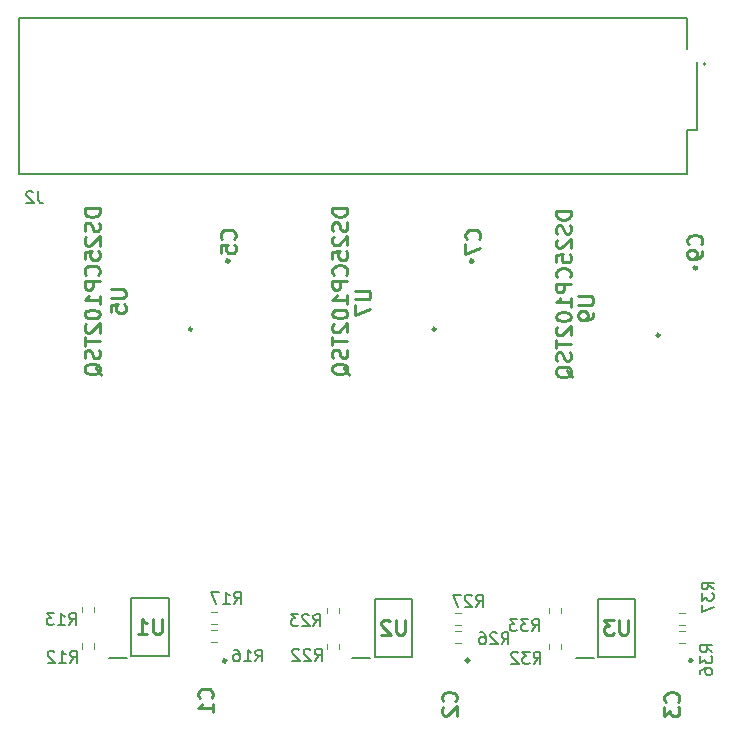
<source format=gbr>
G04 #@! TF.GenerationSoftware,KiCad,Pcbnew,(6.0.4-0)*
G04 #@! TF.CreationDate,2022-07-08T14:42:32+02:00*
G04 #@! TF.ProjectId,adapter_hybrid_assistor_hpc_3HDMI,61646170-7465-4725-9f68-79627269645f,rev?*
G04 #@! TF.SameCoordinates,Original*
G04 #@! TF.FileFunction,Legend,Bot*
G04 #@! TF.FilePolarity,Positive*
%FSLAX46Y46*%
G04 Gerber Fmt 4.6, Leading zero omitted, Abs format (unit mm)*
G04 Created by KiCad (PCBNEW (6.0.4-0)) date 2022-07-08 14:42:32*
%MOMM*%
%LPD*%
G01*
G04 APERTURE LIST*
%ADD10C,0.254000*%
%ADD11C,0.150000*%
%ADD12C,0.330000*%
%ADD13C,0.200000*%
%ADD14C,0.250000*%
%ADD15C,0.120000*%
G04 APERTURE END LIST*
D10*
X123993571Y-120558333D02*
X124054047Y-120497857D01*
X124114523Y-120316428D01*
X124114523Y-120195476D01*
X124054047Y-120014047D01*
X123933095Y-119893095D01*
X123812142Y-119832619D01*
X123570238Y-119772142D01*
X123388809Y-119772142D01*
X123146904Y-119832619D01*
X123025952Y-119893095D01*
X122905000Y-120014047D01*
X122844523Y-120195476D01*
X122844523Y-120316428D01*
X122905000Y-120497857D01*
X122965476Y-120558333D01*
X122844523Y-121707380D02*
X122844523Y-121102619D01*
X123449285Y-121042142D01*
X123388809Y-121102619D01*
X123328333Y-121223571D01*
X123328333Y-121525952D01*
X123388809Y-121646904D01*
X123449285Y-121707380D01*
X123570238Y-121767857D01*
X123872619Y-121767857D01*
X123993571Y-121707380D01*
X124054047Y-121646904D01*
X124114523Y-121525952D01*
X124114523Y-121223571D01*
X124054047Y-121102619D01*
X123993571Y-121042142D01*
X144713571Y-120558333D02*
X144774047Y-120497857D01*
X144834523Y-120316428D01*
X144834523Y-120195476D01*
X144774047Y-120014047D01*
X144653095Y-119893095D01*
X144532142Y-119832619D01*
X144290238Y-119772142D01*
X144108809Y-119772142D01*
X143866904Y-119832619D01*
X143745952Y-119893095D01*
X143625000Y-120014047D01*
X143564523Y-120195476D01*
X143564523Y-120316428D01*
X143625000Y-120497857D01*
X143685476Y-120558333D01*
X143564523Y-120981666D02*
X143564523Y-121828333D01*
X144834523Y-121284047D01*
D11*
X107373333Y-116512380D02*
X107373333Y-117226666D01*
X107420952Y-117369523D01*
X107516190Y-117464761D01*
X107659047Y-117512380D01*
X107754285Y-117512380D01*
X106944761Y-116607619D02*
X106897142Y-116560000D01*
X106801904Y-116512380D01*
X106563809Y-116512380D01*
X106468571Y-116560000D01*
X106420952Y-116607619D01*
X106373333Y-116702857D01*
X106373333Y-116798095D01*
X106420952Y-116940952D01*
X106992380Y-117512380D01*
X106373333Y-117512380D01*
D10*
X134234523Y-124932380D02*
X135262619Y-124932380D01*
X135383571Y-124992857D01*
X135444047Y-125053333D01*
X135504523Y-125174285D01*
X135504523Y-125416190D01*
X135444047Y-125537142D01*
X135383571Y-125597619D01*
X135262619Y-125658095D01*
X134234523Y-125658095D01*
X134234523Y-126141904D02*
X134234523Y-126988571D01*
X135504523Y-126444285D01*
X133574523Y-117935000D02*
X132304523Y-117935000D01*
X132304523Y-118237380D01*
X132365000Y-118418809D01*
X132485952Y-118539761D01*
X132606904Y-118600238D01*
X132848809Y-118660714D01*
X133030238Y-118660714D01*
X133272142Y-118600238D01*
X133393095Y-118539761D01*
X133514047Y-118418809D01*
X133574523Y-118237380D01*
X133574523Y-117935000D01*
X133514047Y-119144523D02*
X133574523Y-119325952D01*
X133574523Y-119628333D01*
X133514047Y-119749285D01*
X133453571Y-119809761D01*
X133332619Y-119870238D01*
X133211666Y-119870238D01*
X133090714Y-119809761D01*
X133030238Y-119749285D01*
X132969761Y-119628333D01*
X132909285Y-119386428D01*
X132848809Y-119265476D01*
X132788333Y-119205000D01*
X132667380Y-119144523D01*
X132546428Y-119144523D01*
X132425476Y-119205000D01*
X132365000Y-119265476D01*
X132304523Y-119386428D01*
X132304523Y-119688809D01*
X132365000Y-119870238D01*
X132425476Y-120354047D02*
X132365000Y-120414523D01*
X132304523Y-120535476D01*
X132304523Y-120837857D01*
X132365000Y-120958809D01*
X132425476Y-121019285D01*
X132546428Y-121079761D01*
X132667380Y-121079761D01*
X132848809Y-121019285D01*
X133574523Y-120293571D01*
X133574523Y-121079761D01*
X132304523Y-122228809D02*
X132304523Y-121624047D01*
X132909285Y-121563571D01*
X132848809Y-121624047D01*
X132788333Y-121745000D01*
X132788333Y-122047380D01*
X132848809Y-122168333D01*
X132909285Y-122228809D01*
X133030238Y-122289285D01*
X133332619Y-122289285D01*
X133453571Y-122228809D01*
X133514047Y-122168333D01*
X133574523Y-122047380D01*
X133574523Y-121745000D01*
X133514047Y-121624047D01*
X133453571Y-121563571D01*
X133453571Y-123559285D02*
X133514047Y-123498809D01*
X133574523Y-123317380D01*
X133574523Y-123196428D01*
X133514047Y-123015000D01*
X133393095Y-122894047D01*
X133272142Y-122833571D01*
X133030238Y-122773095D01*
X132848809Y-122773095D01*
X132606904Y-122833571D01*
X132485952Y-122894047D01*
X132365000Y-123015000D01*
X132304523Y-123196428D01*
X132304523Y-123317380D01*
X132365000Y-123498809D01*
X132425476Y-123559285D01*
X133574523Y-124103571D02*
X132304523Y-124103571D01*
X132304523Y-124587380D01*
X132365000Y-124708333D01*
X132425476Y-124768809D01*
X132546428Y-124829285D01*
X132727857Y-124829285D01*
X132848809Y-124768809D01*
X132909285Y-124708333D01*
X132969761Y-124587380D01*
X132969761Y-124103571D01*
X133574523Y-126038809D02*
X133574523Y-125313095D01*
X133574523Y-125675952D02*
X132304523Y-125675952D01*
X132485952Y-125555000D01*
X132606904Y-125434047D01*
X132667380Y-125313095D01*
X132304523Y-126825000D02*
X132304523Y-126945952D01*
X132365000Y-127066904D01*
X132425476Y-127127380D01*
X132546428Y-127187857D01*
X132788333Y-127248333D01*
X133090714Y-127248333D01*
X133332619Y-127187857D01*
X133453571Y-127127380D01*
X133514047Y-127066904D01*
X133574523Y-126945952D01*
X133574523Y-126825000D01*
X133514047Y-126704047D01*
X133453571Y-126643571D01*
X133332619Y-126583095D01*
X133090714Y-126522619D01*
X132788333Y-126522619D01*
X132546428Y-126583095D01*
X132425476Y-126643571D01*
X132365000Y-126704047D01*
X132304523Y-126825000D01*
X132425476Y-127732142D02*
X132365000Y-127792619D01*
X132304523Y-127913571D01*
X132304523Y-128215952D01*
X132365000Y-128336904D01*
X132425476Y-128397380D01*
X132546428Y-128457857D01*
X132667380Y-128457857D01*
X132848809Y-128397380D01*
X133574523Y-127671666D01*
X133574523Y-128457857D01*
X132304523Y-128820714D02*
X132304523Y-129546428D01*
X133574523Y-129183571D02*
X132304523Y-129183571D01*
X133514047Y-129909285D02*
X133574523Y-130090714D01*
X133574523Y-130393095D01*
X133514047Y-130514047D01*
X133453571Y-130574523D01*
X133332619Y-130635000D01*
X133211666Y-130635000D01*
X133090714Y-130574523D01*
X133030238Y-130514047D01*
X132969761Y-130393095D01*
X132909285Y-130151190D01*
X132848809Y-130030238D01*
X132788333Y-129969761D01*
X132667380Y-129909285D01*
X132546428Y-129909285D01*
X132425476Y-129969761D01*
X132365000Y-130030238D01*
X132304523Y-130151190D01*
X132304523Y-130453571D01*
X132365000Y-130635000D01*
X133695476Y-132025952D02*
X133635000Y-131905000D01*
X133514047Y-131784047D01*
X133332619Y-131602619D01*
X133272142Y-131481666D01*
X133272142Y-131360714D01*
X133574523Y-131421190D02*
X133514047Y-131300238D01*
X133393095Y-131179285D01*
X133151190Y-131118809D01*
X132727857Y-131118809D01*
X132485952Y-131179285D01*
X132365000Y-131300238D01*
X132304523Y-131421190D01*
X132304523Y-131663095D01*
X132365000Y-131784047D01*
X132485952Y-131905000D01*
X132727857Y-131965476D01*
X133151190Y-131965476D01*
X133393095Y-131905000D01*
X133514047Y-131784047D01*
X133574523Y-131663095D01*
X133574523Y-131421190D01*
X153124523Y-125402380D02*
X154152619Y-125402380D01*
X154273571Y-125462857D01*
X154334047Y-125523333D01*
X154394523Y-125644285D01*
X154394523Y-125886190D01*
X154334047Y-126007142D01*
X154273571Y-126067619D01*
X154152619Y-126128095D01*
X153124523Y-126128095D01*
X154394523Y-126793333D02*
X154394523Y-127035238D01*
X154334047Y-127156190D01*
X154273571Y-127216666D01*
X154092142Y-127337619D01*
X153850238Y-127398095D01*
X153366428Y-127398095D01*
X153245476Y-127337619D01*
X153185000Y-127277142D01*
X153124523Y-127156190D01*
X153124523Y-126914285D01*
X153185000Y-126793333D01*
X153245476Y-126732857D01*
X153366428Y-126672380D01*
X153668809Y-126672380D01*
X153789761Y-126732857D01*
X153850238Y-126793333D01*
X153910714Y-126914285D01*
X153910714Y-127156190D01*
X153850238Y-127277142D01*
X153789761Y-127337619D01*
X153668809Y-127398095D01*
X152504523Y-118185000D02*
X151234523Y-118185000D01*
X151234523Y-118487380D01*
X151295000Y-118668809D01*
X151415952Y-118789761D01*
X151536904Y-118850238D01*
X151778809Y-118910714D01*
X151960238Y-118910714D01*
X152202142Y-118850238D01*
X152323095Y-118789761D01*
X152444047Y-118668809D01*
X152504523Y-118487380D01*
X152504523Y-118185000D01*
X152444047Y-119394523D02*
X152504523Y-119575952D01*
X152504523Y-119878333D01*
X152444047Y-119999285D01*
X152383571Y-120059761D01*
X152262619Y-120120238D01*
X152141666Y-120120238D01*
X152020714Y-120059761D01*
X151960238Y-119999285D01*
X151899761Y-119878333D01*
X151839285Y-119636428D01*
X151778809Y-119515476D01*
X151718333Y-119455000D01*
X151597380Y-119394523D01*
X151476428Y-119394523D01*
X151355476Y-119455000D01*
X151295000Y-119515476D01*
X151234523Y-119636428D01*
X151234523Y-119938809D01*
X151295000Y-120120238D01*
X151355476Y-120604047D02*
X151295000Y-120664523D01*
X151234523Y-120785476D01*
X151234523Y-121087857D01*
X151295000Y-121208809D01*
X151355476Y-121269285D01*
X151476428Y-121329761D01*
X151597380Y-121329761D01*
X151778809Y-121269285D01*
X152504523Y-120543571D01*
X152504523Y-121329761D01*
X151234523Y-122478809D02*
X151234523Y-121874047D01*
X151839285Y-121813571D01*
X151778809Y-121874047D01*
X151718333Y-121995000D01*
X151718333Y-122297380D01*
X151778809Y-122418333D01*
X151839285Y-122478809D01*
X151960238Y-122539285D01*
X152262619Y-122539285D01*
X152383571Y-122478809D01*
X152444047Y-122418333D01*
X152504523Y-122297380D01*
X152504523Y-121995000D01*
X152444047Y-121874047D01*
X152383571Y-121813571D01*
X152383571Y-123809285D02*
X152444047Y-123748809D01*
X152504523Y-123567380D01*
X152504523Y-123446428D01*
X152444047Y-123265000D01*
X152323095Y-123144047D01*
X152202142Y-123083571D01*
X151960238Y-123023095D01*
X151778809Y-123023095D01*
X151536904Y-123083571D01*
X151415952Y-123144047D01*
X151295000Y-123265000D01*
X151234523Y-123446428D01*
X151234523Y-123567380D01*
X151295000Y-123748809D01*
X151355476Y-123809285D01*
X152504523Y-124353571D02*
X151234523Y-124353571D01*
X151234523Y-124837380D01*
X151295000Y-124958333D01*
X151355476Y-125018809D01*
X151476428Y-125079285D01*
X151657857Y-125079285D01*
X151778809Y-125018809D01*
X151839285Y-124958333D01*
X151899761Y-124837380D01*
X151899761Y-124353571D01*
X152504523Y-126288809D02*
X152504523Y-125563095D01*
X152504523Y-125925952D02*
X151234523Y-125925952D01*
X151415952Y-125805000D01*
X151536904Y-125684047D01*
X151597380Y-125563095D01*
X151234523Y-127075000D02*
X151234523Y-127195952D01*
X151295000Y-127316904D01*
X151355476Y-127377380D01*
X151476428Y-127437857D01*
X151718333Y-127498333D01*
X152020714Y-127498333D01*
X152262619Y-127437857D01*
X152383571Y-127377380D01*
X152444047Y-127316904D01*
X152504523Y-127195952D01*
X152504523Y-127075000D01*
X152444047Y-126954047D01*
X152383571Y-126893571D01*
X152262619Y-126833095D01*
X152020714Y-126772619D01*
X151718333Y-126772619D01*
X151476428Y-126833095D01*
X151355476Y-126893571D01*
X151295000Y-126954047D01*
X151234523Y-127075000D01*
X151355476Y-127982142D02*
X151295000Y-128042619D01*
X151234523Y-128163571D01*
X151234523Y-128465952D01*
X151295000Y-128586904D01*
X151355476Y-128647380D01*
X151476428Y-128707857D01*
X151597380Y-128707857D01*
X151778809Y-128647380D01*
X152504523Y-127921666D01*
X152504523Y-128707857D01*
X151234523Y-129070714D02*
X151234523Y-129796428D01*
X152504523Y-129433571D02*
X151234523Y-129433571D01*
X152444047Y-130159285D02*
X152504523Y-130340714D01*
X152504523Y-130643095D01*
X152444047Y-130764047D01*
X152383571Y-130824523D01*
X152262619Y-130885000D01*
X152141666Y-130885000D01*
X152020714Y-130824523D01*
X151960238Y-130764047D01*
X151899761Y-130643095D01*
X151839285Y-130401190D01*
X151778809Y-130280238D01*
X151718333Y-130219761D01*
X151597380Y-130159285D01*
X151476428Y-130159285D01*
X151355476Y-130219761D01*
X151295000Y-130280238D01*
X151234523Y-130401190D01*
X151234523Y-130703571D01*
X151295000Y-130885000D01*
X152625476Y-132275952D02*
X152565000Y-132155000D01*
X152444047Y-132034047D01*
X152262619Y-131852619D01*
X152202142Y-131731666D01*
X152202142Y-131610714D01*
X152504523Y-131671190D02*
X152444047Y-131550238D01*
X152323095Y-131429285D01*
X152081190Y-131368809D01*
X151657857Y-131368809D01*
X151415952Y-131429285D01*
X151295000Y-131550238D01*
X151234523Y-131671190D01*
X151234523Y-131913095D01*
X151295000Y-132034047D01*
X151415952Y-132155000D01*
X151657857Y-132215476D01*
X152081190Y-132215476D01*
X152323095Y-132155000D01*
X152444047Y-132034047D01*
X152504523Y-131913095D01*
X152504523Y-131671190D01*
X113514523Y-124822380D02*
X114542619Y-124822380D01*
X114663571Y-124882857D01*
X114724047Y-124943333D01*
X114784523Y-125064285D01*
X114784523Y-125306190D01*
X114724047Y-125427142D01*
X114663571Y-125487619D01*
X114542619Y-125548095D01*
X113514523Y-125548095D01*
X113514523Y-126757619D02*
X113514523Y-126152857D01*
X114119285Y-126092380D01*
X114058809Y-126152857D01*
X113998333Y-126273809D01*
X113998333Y-126576190D01*
X114058809Y-126697142D01*
X114119285Y-126757619D01*
X114240238Y-126818095D01*
X114542619Y-126818095D01*
X114663571Y-126757619D01*
X114724047Y-126697142D01*
X114784523Y-126576190D01*
X114784523Y-126273809D01*
X114724047Y-126152857D01*
X114663571Y-126092380D01*
X112594523Y-117965000D02*
X111324523Y-117965000D01*
X111324523Y-118267380D01*
X111385000Y-118448809D01*
X111505952Y-118569761D01*
X111626904Y-118630238D01*
X111868809Y-118690714D01*
X112050238Y-118690714D01*
X112292142Y-118630238D01*
X112413095Y-118569761D01*
X112534047Y-118448809D01*
X112594523Y-118267380D01*
X112594523Y-117965000D01*
X112534047Y-119174523D02*
X112594523Y-119355952D01*
X112594523Y-119658333D01*
X112534047Y-119779285D01*
X112473571Y-119839761D01*
X112352619Y-119900238D01*
X112231666Y-119900238D01*
X112110714Y-119839761D01*
X112050238Y-119779285D01*
X111989761Y-119658333D01*
X111929285Y-119416428D01*
X111868809Y-119295476D01*
X111808333Y-119235000D01*
X111687380Y-119174523D01*
X111566428Y-119174523D01*
X111445476Y-119235000D01*
X111385000Y-119295476D01*
X111324523Y-119416428D01*
X111324523Y-119718809D01*
X111385000Y-119900238D01*
X111445476Y-120384047D02*
X111385000Y-120444523D01*
X111324523Y-120565476D01*
X111324523Y-120867857D01*
X111385000Y-120988809D01*
X111445476Y-121049285D01*
X111566428Y-121109761D01*
X111687380Y-121109761D01*
X111868809Y-121049285D01*
X112594523Y-120323571D01*
X112594523Y-121109761D01*
X111324523Y-122258809D02*
X111324523Y-121654047D01*
X111929285Y-121593571D01*
X111868809Y-121654047D01*
X111808333Y-121775000D01*
X111808333Y-122077380D01*
X111868809Y-122198333D01*
X111929285Y-122258809D01*
X112050238Y-122319285D01*
X112352619Y-122319285D01*
X112473571Y-122258809D01*
X112534047Y-122198333D01*
X112594523Y-122077380D01*
X112594523Y-121775000D01*
X112534047Y-121654047D01*
X112473571Y-121593571D01*
X112473571Y-123589285D02*
X112534047Y-123528809D01*
X112594523Y-123347380D01*
X112594523Y-123226428D01*
X112534047Y-123045000D01*
X112413095Y-122924047D01*
X112292142Y-122863571D01*
X112050238Y-122803095D01*
X111868809Y-122803095D01*
X111626904Y-122863571D01*
X111505952Y-122924047D01*
X111385000Y-123045000D01*
X111324523Y-123226428D01*
X111324523Y-123347380D01*
X111385000Y-123528809D01*
X111445476Y-123589285D01*
X112594523Y-124133571D02*
X111324523Y-124133571D01*
X111324523Y-124617380D01*
X111385000Y-124738333D01*
X111445476Y-124798809D01*
X111566428Y-124859285D01*
X111747857Y-124859285D01*
X111868809Y-124798809D01*
X111929285Y-124738333D01*
X111989761Y-124617380D01*
X111989761Y-124133571D01*
X112594523Y-126068809D02*
X112594523Y-125343095D01*
X112594523Y-125705952D02*
X111324523Y-125705952D01*
X111505952Y-125585000D01*
X111626904Y-125464047D01*
X111687380Y-125343095D01*
X111324523Y-126855000D02*
X111324523Y-126975952D01*
X111385000Y-127096904D01*
X111445476Y-127157380D01*
X111566428Y-127217857D01*
X111808333Y-127278333D01*
X112110714Y-127278333D01*
X112352619Y-127217857D01*
X112473571Y-127157380D01*
X112534047Y-127096904D01*
X112594523Y-126975952D01*
X112594523Y-126855000D01*
X112534047Y-126734047D01*
X112473571Y-126673571D01*
X112352619Y-126613095D01*
X112110714Y-126552619D01*
X111808333Y-126552619D01*
X111566428Y-126613095D01*
X111445476Y-126673571D01*
X111385000Y-126734047D01*
X111324523Y-126855000D01*
X111445476Y-127762142D02*
X111385000Y-127822619D01*
X111324523Y-127943571D01*
X111324523Y-128245952D01*
X111385000Y-128366904D01*
X111445476Y-128427380D01*
X111566428Y-128487857D01*
X111687380Y-128487857D01*
X111868809Y-128427380D01*
X112594523Y-127701666D01*
X112594523Y-128487857D01*
X111324523Y-128850714D02*
X111324523Y-129576428D01*
X112594523Y-129213571D02*
X111324523Y-129213571D01*
X112534047Y-129939285D02*
X112594523Y-130120714D01*
X112594523Y-130423095D01*
X112534047Y-130544047D01*
X112473571Y-130604523D01*
X112352619Y-130665000D01*
X112231666Y-130665000D01*
X112110714Y-130604523D01*
X112050238Y-130544047D01*
X111989761Y-130423095D01*
X111929285Y-130181190D01*
X111868809Y-130060238D01*
X111808333Y-129999761D01*
X111687380Y-129939285D01*
X111566428Y-129939285D01*
X111445476Y-129999761D01*
X111385000Y-130060238D01*
X111324523Y-130181190D01*
X111324523Y-130483571D01*
X111385000Y-130665000D01*
X112715476Y-132055952D02*
X112655000Y-131935000D01*
X112534047Y-131814047D01*
X112352619Y-131632619D01*
X112292142Y-131511666D01*
X112292142Y-131390714D01*
X112594523Y-131451190D02*
X112534047Y-131330238D01*
X112413095Y-131209285D01*
X112171190Y-131148809D01*
X111747857Y-131148809D01*
X111505952Y-131209285D01*
X111385000Y-131330238D01*
X111324523Y-131451190D01*
X111324523Y-131693095D01*
X111385000Y-131814047D01*
X111505952Y-131935000D01*
X111747857Y-131995476D01*
X112171190Y-131995476D01*
X112413095Y-131935000D01*
X112534047Y-131814047D01*
X112594523Y-131693095D01*
X112594523Y-131451190D01*
X163503571Y-120998333D02*
X163564047Y-120937857D01*
X163624523Y-120756428D01*
X163624523Y-120635476D01*
X163564047Y-120454047D01*
X163443095Y-120333095D01*
X163322142Y-120272619D01*
X163080238Y-120212142D01*
X162898809Y-120212142D01*
X162656904Y-120272619D01*
X162535952Y-120333095D01*
X162415000Y-120454047D01*
X162354523Y-120635476D01*
X162354523Y-120756428D01*
X162415000Y-120937857D01*
X162475476Y-120998333D01*
X163624523Y-121603095D02*
X163624523Y-121845000D01*
X163564047Y-121965952D01*
X163503571Y-122026428D01*
X163322142Y-122147380D01*
X163080238Y-122207857D01*
X162596428Y-122207857D01*
X162475476Y-122147380D01*
X162415000Y-122086904D01*
X162354523Y-121965952D01*
X162354523Y-121724047D01*
X162415000Y-121603095D01*
X162475476Y-121542619D01*
X162596428Y-121482142D01*
X162898809Y-121482142D01*
X163019761Y-121542619D01*
X163080238Y-121603095D01*
X163140714Y-121724047D01*
X163140714Y-121965952D01*
X163080238Y-122086904D01*
X163019761Y-122147380D01*
X162898809Y-122207857D01*
X161553571Y-159728333D02*
X161614047Y-159667857D01*
X161674523Y-159486428D01*
X161674523Y-159365476D01*
X161614047Y-159184047D01*
X161493095Y-159063095D01*
X161372142Y-159002619D01*
X161130238Y-158942142D01*
X160948809Y-158942142D01*
X160706904Y-159002619D01*
X160585952Y-159063095D01*
X160465000Y-159184047D01*
X160404523Y-159365476D01*
X160404523Y-159486428D01*
X160465000Y-159667857D01*
X160525476Y-159728333D01*
X160404523Y-160151666D02*
X160404523Y-160937857D01*
X160888333Y-160514523D01*
X160888333Y-160695952D01*
X160948809Y-160816904D01*
X161009285Y-160877380D01*
X161130238Y-160937857D01*
X161432619Y-160937857D01*
X161553571Y-160877380D01*
X161614047Y-160816904D01*
X161674523Y-160695952D01*
X161674523Y-160333095D01*
X161614047Y-160212142D01*
X161553571Y-160151666D01*
D11*
X146616857Y-154854380D02*
X146950190Y-154378190D01*
X147188285Y-154854380D02*
X147188285Y-153854380D01*
X146807333Y-153854380D01*
X146712095Y-153902000D01*
X146664476Y-153949619D01*
X146616857Y-154044857D01*
X146616857Y-154187714D01*
X146664476Y-154282952D01*
X146712095Y-154330571D01*
X146807333Y-154378190D01*
X147188285Y-154378190D01*
X146235904Y-153949619D02*
X146188285Y-153902000D01*
X146093047Y-153854380D01*
X145854952Y-153854380D01*
X145759714Y-153902000D01*
X145712095Y-153949619D01*
X145664476Y-154044857D01*
X145664476Y-154140095D01*
X145712095Y-154282952D01*
X146283523Y-154854380D01*
X145664476Y-154854380D01*
X144807333Y-153854380D02*
X144997809Y-153854380D01*
X145093047Y-153902000D01*
X145140666Y-153949619D01*
X145235904Y-154092476D01*
X145283523Y-154282952D01*
X145283523Y-154663904D01*
X145235904Y-154759142D01*
X145188285Y-154806761D01*
X145093047Y-154854380D01*
X144902571Y-154854380D01*
X144807333Y-154806761D01*
X144759714Y-154759142D01*
X144712095Y-154663904D01*
X144712095Y-154425809D01*
X144759714Y-154330571D01*
X144807333Y-154282952D01*
X144902571Y-154235333D01*
X145093047Y-154235333D01*
X145188285Y-154282952D01*
X145235904Y-154330571D01*
X145283523Y-154425809D01*
X110082857Y-156412380D02*
X110416190Y-155936190D01*
X110654285Y-156412380D02*
X110654285Y-155412380D01*
X110273333Y-155412380D01*
X110178095Y-155460000D01*
X110130476Y-155507619D01*
X110082857Y-155602857D01*
X110082857Y-155745714D01*
X110130476Y-155840952D01*
X110178095Y-155888571D01*
X110273333Y-155936190D01*
X110654285Y-155936190D01*
X109130476Y-156412380D02*
X109701904Y-156412380D01*
X109416190Y-156412380D02*
X109416190Y-155412380D01*
X109511428Y-155555238D01*
X109606666Y-155650476D01*
X109701904Y-155698095D01*
X108749523Y-155507619D02*
X108701904Y-155460000D01*
X108606666Y-155412380D01*
X108368571Y-155412380D01*
X108273333Y-155460000D01*
X108225714Y-155507619D01*
X108178095Y-155602857D01*
X108178095Y-155698095D01*
X108225714Y-155840952D01*
X108797142Y-156412380D01*
X108178095Y-156412380D01*
D10*
X117846619Y-152744523D02*
X117846619Y-153772619D01*
X117786142Y-153893571D01*
X117725666Y-153954047D01*
X117604714Y-154014523D01*
X117362809Y-154014523D01*
X117241857Y-153954047D01*
X117181380Y-153893571D01*
X117120904Y-153772619D01*
X117120904Y-152744523D01*
X115850904Y-154014523D02*
X116576619Y-154014523D01*
X116213761Y-154014523D02*
X116213761Y-152744523D01*
X116334714Y-152925952D01*
X116455666Y-153046904D01*
X116576619Y-153107380D01*
X157327619Y-152794523D02*
X157327619Y-153822619D01*
X157267142Y-153943571D01*
X157206666Y-154004047D01*
X157085714Y-154064523D01*
X156843809Y-154064523D01*
X156722857Y-154004047D01*
X156662380Y-153943571D01*
X156601904Y-153822619D01*
X156601904Y-152794523D01*
X156118095Y-152794523D02*
X155331904Y-152794523D01*
X155755238Y-153278333D01*
X155573809Y-153278333D01*
X155452857Y-153338809D01*
X155392380Y-153399285D01*
X155331904Y-153520238D01*
X155331904Y-153822619D01*
X155392380Y-153943571D01*
X155452857Y-154004047D01*
X155573809Y-154064523D01*
X155936666Y-154064523D01*
X156057619Y-154004047D01*
X156118095Y-153943571D01*
X138437619Y-152794523D02*
X138437619Y-153822619D01*
X138377142Y-153943571D01*
X138316666Y-154004047D01*
X138195714Y-154064523D01*
X137953809Y-154064523D01*
X137832857Y-154004047D01*
X137772380Y-153943571D01*
X137711904Y-153822619D01*
X137711904Y-152794523D01*
X137167619Y-152915476D02*
X137107142Y-152855000D01*
X136986190Y-152794523D01*
X136683809Y-152794523D01*
X136562857Y-152855000D01*
X136502380Y-152915476D01*
X136441904Y-153036428D01*
X136441904Y-153157380D01*
X136502380Y-153338809D01*
X137228095Y-154064523D01*
X136441904Y-154064523D01*
D11*
X164460380Y-155537142D02*
X163984190Y-155203809D01*
X164460380Y-154965714D02*
X163460380Y-154965714D01*
X163460380Y-155346666D01*
X163508000Y-155441904D01*
X163555619Y-155489523D01*
X163650857Y-155537142D01*
X163793714Y-155537142D01*
X163888952Y-155489523D01*
X163936571Y-155441904D01*
X163984190Y-155346666D01*
X163984190Y-154965714D01*
X163460380Y-155870476D02*
X163460380Y-156489523D01*
X163841333Y-156156190D01*
X163841333Y-156299047D01*
X163888952Y-156394285D01*
X163936571Y-156441904D01*
X164031809Y-156489523D01*
X164269904Y-156489523D01*
X164365142Y-156441904D01*
X164412761Y-156394285D01*
X164460380Y-156299047D01*
X164460380Y-156013333D01*
X164412761Y-155918095D01*
X164365142Y-155870476D01*
X163460380Y-157346666D02*
X163460380Y-157156190D01*
X163508000Y-157060952D01*
X163555619Y-157013333D01*
X163698476Y-156918095D01*
X163888952Y-156870476D01*
X164269904Y-156870476D01*
X164365142Y-156918095D01*
X164412761Y-156965714D01*
X164460380Y-157060952D01*
X164460380Y-157251428D01*
X164412761Y-157346666D01*
X164365142Y-157394285D01*
X164269904Y-157441904D01*
X164031809Y-157441904D01*
X163936571Y-157394285D01*
X163888952Y-157346666D01*
X163841333Y-157251428D01*
X163841333Y-157060952D01*
X163888952Y-156965714D01*
X163936571Y-156918095D01*
X164031809Y-156870476D01*
X125782857Y-156312380D02*
X126116190Y-155836190D01*
X126354285Y-156312380D02*
X126354285Y-155312380D01*
X125973333Y-155312380D01*
X125878095Y-155360000D01*
X125830476Y-155407619D01*
X125782857Y-155502857D01*
X125782857Y-155645714D01*
X125830476Y-155740952D01*
X125878095Y-155788571D01*
X125973333Y-155836190D01*
X126354285Y-155836190D01*
X124830476Y-156312380D02*
X125401904Y-156312380D01*
X125116190Y-156312380D02*
X125116190Y-155312380D01*
X125211428Y-155455238D01*
X125306666Y-155550476D01*
X125401904Y-155598095D01*
X123973333Y-155312380D02*
X124163809Y-155312380D01*
X124259047Y-155360000D01*
X124306666Y-155407619D01*
X124401904Y-155550476D01*
X124449523Y-155740952D01*
X124449523Y-156121904D01*
X124401904Y-156217142D01*
X124354285Y-156264761D01*
X124259047Y-156312380D01*
X124068571Y-156312380D01*
X123973333Y-156264761D01*
X123925714Y-156217142D01*
X123878095Y-156121904D01*
X123878095Y-155883809D01*
X123925714Y-155788571D01*
X123973333Y-155740952D01*
X124068571Y-155693333D01*
X124259047Y-155693333D01*
X124354285Y-155740952D01*
X124401904Y-155788571D01*
X124449523Y-155883809D01*
X144462857Y-151672380D02*
X144796190Y-151196190D01*
X145034285Y-151672380D02*
X145034285Y-150672380D01*
X144653333Y-150672380D01*
X144558095Y-150720000D01*
X144510476Y-150767619D01*
X144462857Y-150862857D01*
X144462857Y-151005714D01*
X144510476Y-151100952D01*
X144558095Y-151148571D01*
X144653333Y-151196190D01*
X145034285Y-151196190D01*
X144081904Y-150767619D02*
X144034285Y-150720000D01*
X143939047Y-150672380D01*
X143700952Y-150672380D01*
X143605714Y-150720000D01*
X143558095Y-150767619D01*
X143510476Y-150862857D01*
X143510476Y-150958095D01*
X143558095Y-151100952D01*
X144129523Y-151672380D01*
X143510476Y-151672380D01*
X143177142Y-150672380D02*
X142510476Y-150672380D01*
X142939047Y-151672380D01*
X130802857Y-156242380D02*
X131136190Y-155766190D01*
X131374285Y-156242380D02*
X131374285Y-155242380D01*
X130993333Y-155242380D01*
X130898095Y-155290000D01*
X130850476Y-155337619D01*
X130802857Y-155432857D01*
X130802857Y-155575714D01*
X130850476Y-155670952D01*
X130898095Y-155718571D01*
X130993333Y-155766190D01*
X131374285Y-155766190D01*
X130421904Y-155337619D02*
X130374285Y-155290000D01*
X130279047Y-155242380D01*
X130040952Y-155242380D01*
X129945714Y-155290000D01*
X129898095Y-155337619D01*
X129850476Y-155432857D01*
X129850476Y-155528095D01*
X129898095Y-155670952D01*
X130469523Y-156242380D01*
X129850476Y-156242380D01*
X129469523Y-155337619D02*
X129421904Y-155290000D01*
X129326666Y-155242380D01*
X129088571Y-155242380D01*
X128993333Y-155290000D01*
X128945714Y-155337619D01*
X128898095Y-155432857D01*
X128898095Y-155528095D01*
X128945714Y-155670952D01*
X129517142Y-156242380D01*
X128898095Y-156242380D01*
D10*
X122073571Y-159418333D02*
X122134047Y-159357857D01*
X122194523Y-159176428D01*
X122194523Y-159055476D01*
X122134047Y-158874047D01*
X122013095Y-158753095D01*
X121892142Y-158692619D01*
X121650238Y-158632142D01*
X121468809Y-158632142D01*
X121226904Y-158692619D01*
X121105952Y-158753095D01*
X120985000Y-158874047D01*
X120924523Y-159055476D01*
X120924523Y-159176428D01*
X120985000Y-159357857D01*
X121045476Y-159418333D01*
X122194523Y-160627857D02*
X122194523Y-159902142D01*
X122194523Y-160265000D02*
X120924523Y-160265000D01*
X121105952Y-160144047D01*
X121226904Y-160023095D01*
X121287380Y-159902142D01*
D11*
X130692857Y-153302380D02*
X131026190Y-152826190D01*
X131264285Y-153302380D02*
X131264285Y-152302380D01*
X130883333Y-152302380D01*
X130788095Y-152350000D01*
X130740476Y-152397619D01*
X130692857Y-152492857D01*
X130692857Y-152635714D01*
X130740476Y-152730952D01*
X130788095Y-152778571D01*
X130883333Y-152826190D01*
X131264285Y-152826190D01*
X130311904Y-152397619D02*
X130264285Y-152350000D01*
X130169047Y-152302380D01*
X129930952Y-152302380D01*
X129835714Y-152350000D01*
X129788095Y-152397619D01*
X129740476Y-152492857D01*
X129740476Y-152588095D01*
X129788095Y-152730952D01*
X130359523Y-153302380D01*
X129740476Y-153302380D01*
X129407142Y-152302380D02*
X128788095Y-152302380D01*
X129121428Y-152683333D01*
X128978571Y-152683333D01*
X128883333Y-152730952D01*
X128835714Y-152778571D01*
X128788095Y-152873809D01*
X128788095Y-153111904D01*
X128835714Y-153207142D01*
X128883333Y-153254761D01*
X128978571Y-153302380D01*
X129264285Y-153302380D01*
X129359523Y-153254761D01*
X129407142Y-153207142D01*
X149342857Y-156512380D02*
X149676190Y-156036190D01*
X149914285Y-156512380D02*
X149914285Y-155512380D01*
X149533333Y-155512380D01*
X149438095Y-155560000D01*
X149390476Y-155607619D01*
X149342857Y-155702857D01*
X149342857Y-155845714D01*
X149390476Y-155940952D01*
X149438095Y-155988571D01*
X149533333Y-156036190D01*
X149914285Y-156036190D01*
X149009523Y-155512380D02*
X148390476Y-155512380D01*
X148723809Y-155893333D01*
X148580952Y-155893333D01*
X148485714Y-155940952D01*
X148438095Y-155988571D01*
X148390476Y-156083809D01*
X148390476Y-156321904D01*
X148438095Y-156417142D01*
X148485714Y-156464761D01*
X148580952Y-156512380D01*
X148866666Y-156512380D01*
X148961904Y-156464761D01*
X149009523Y-156417142D01*
X148009523Y-155607619D02*
X147961904Y-155560000D01*
X147866666Y-155512380D01*
X147628571Y-155512380D01*
X147533333Y-155560000D01*
X147485714Y-155607619D01*
X147438095Y-155702857D01*
X147438095Y-155798095D01*
X147485714Y-155940952D01*
X148057142Y-156512380D01*
X147438095Y-156512380D01*
D10*
X142713571Y-159688333D02*
X142774047Y-159627857D01*
X142834523Y-159446428D01*
X142834523Y-159325476D01*
X142774047Y-159144047D01*
X142653095Y-159023095D01*
X142532142Y-158962619D01*
X142290238Y-158902142D01*
X142108809Y-158902142D01*
X141866904Y-158962619D01*
X141745952Y-159023095D01*
X141625000Y-159144047D01*
X141564523Y-159325476D01*
X141564523Y-159446428D01*
X141625000Y-159627857D01*
X141685476Y-159688333D01*
X141685476Y-160172142D02*
X141625000Y-160232619D01*
X141564523Y-160353571D01*
X141564523Y-160655952D01*
X141625000Y-160776904D01*
X141685476Y-160837380D01*
X141806428Y-160897857D01*
X141927380Y-160897857D01*
X142108809Y-160837380D01*
X142834523Y-160111666D01*
X142834523Y-160897857D01*
D11*
X149222857Y-153742380D02*
X149556190Y-153266190D01*
X149794285Y-153742380D02*
X149794285Y-152742380D01*
X149413333Y-152742380D01*
X149318095Y-152790000D01*
X149270476Y-152837619D01*
X149222857Y-152932857D01*
X149222857Y-153075714D01*
X149270476Y-153170952D01*
X149318095Y-153218571D01*
X149413333Y-153266190D01*
X149794285Y-153266190D01*
X148889523Y-152742380D02*
X148270476Y-152742380D01*
X148603809Y-153123333D01*
X148460952Y-153123333D01*
X148365714Y-153170952D01*
X148318095Y-153218571D01*
X148270476Y-153313809D01*
X148270476Y-153551904D01*
X148318095Y-153647142D01*
X148365714Y-153694761D01*
X148460952Y-153742380D01*
X148746666Y-153742380D01*
X148841904Y-153694761D01*
X148889523Y-153647142D01*
X147937142Y-152742380D02*
X147318095Y-152742380D01*
X147651428Y-153123333D01*
X147508571Y-153123333D01*
X147413333Y-153170952D01*
X147365714Y-153218571D01*
X147318095Y-153313809D01*
X147318095Y-153551904D01*
X147365714Y-153647142D01*
X147413333Y-153694761D01*
X147508571Y-153742380D01*
X147794285Y-153742380D01*
X147889523Y-153694761D01*
X147937142Y-153647142D01*
X110012857Y-153232380D02*
X110346190Y-152756190D01*
X110584285Y-153232380D02*
X110584285Y-152232380D01*
X110203333Y-152232380D01*
X110108095Y-152280000D01*
X110060476Y-152327619D01*
X110012857Y-152422857D01*
X110012857Y-152565714D01*
X110060476Y-152660952D01*
X110108095Y-152708571D01*
X110203333Y-152756190D01*
X110584285Y-152756190D01*
X109060476Y-153232380D02*
X109631904Y-153232380D01*
X109346190Y-153232380D02*
X109346190Y-152232380D01*
X109441428Y-152375238D01*
X109536666Y-152470476D01*
X109631904Y-152518095D01*
X108727142Y-152232380D02*
X108108095Y-152232380D01*
X108441428Y-152613333D01*
X108298571Y-152613333D01*
X108203333Y-152660952D01*
X108155714Y-152708571D01*
X108108095Y-152803809D01*
X108108095Y-153041904D01*
X108155714Y-153137142D01*
X108203333Y-153184761D01*
X108298571Y-153232380D01*
X108584285Y-153232380D01*
X108679523Y-153184761D01*
X108727142Y-153137142D01*
X164572380Y-150217142D02*
X164096190Y-149883809D01*
X164572380Y-149645714D02*
X163572380Y-149645714D01*
X163572380Y-150026666D01*
X163620000Y-150121904D01*
X163667619Y-150169523D01*
X163762857Y-150217142D01*
X163905714Y-150217142D01*
X164000952Y-150169523D01*
X164048571Y-150121904D01*
X164096190Y-150026666D01*
X164096190Y-149645714D01*
X163572380Y-150550476D02*
X163572380Y-151169523D01*
X163953333Y-150836190D01*
X163953333Y-150979047D01*
X164000952Y-151074285D01*
X164048571Y-151121904D01*
X164143809Y-151169523D01*
X164381904Y-151169523D01*
X164477142Y-151121904D01*
X164524761Y-151074285D01*
X164572380Y-150979047D01*
X164572380Y-150693333D01*
X164524761Y-150598095D01*
X164477142Y-150550476D01*
X163572380Y-151502857D02*
X163572380Y-152169523D01*
X164572380Y-151740952D01*
X123982857Y-151432380D02*
X124316190Y-150956190D01*
X124554285Y-151432380D02*
X124554285Y-150432380D01*
X124173333Y-150432380D01*
X124078095Y-150480000D01*
X124030476Y-150527619D01*
X123982857Y-150622857D01*
X123982857Y-150765714D01*
X124030476Y-150860952D01*
X124078095Y-150908571D01*
X124173333Y-150956190D01*
X124554285Y-150956190D01*
X123030476Y-151432380D02*
X123601904Y-151432380D01*
X123316190Y-151432380D02*
X123316190Y-150432380D01*
X123411428Y-150575238D01*
X123506666Y-150670476D01*
X123601904Y-150718095D01*
X122697142Y-150432380D02*
X122030476Y-150432380D01*
X122459047Y-151432380D01*
D12*
X123530000Y-122410000D02*
G75*
G03*
X123530000Y-122410000I-100000J0D01*
G01*
X144180000Y-122430000D02*
G75*
G03*
X144180000Y-122430000I-100000J0D01*
G01*
D13*
X105730000Y-101855000D02*
X105730000Y-115055000D01*
X105730000Y-115055000D02*
X162360000Y-115055000D01*
X162360000Y-104455000D02*
X162360000Y-101855000D01*
X162360000Y-101855000D02*
X105730000Y-101855000D01*
X162360000Y-115055000D02*
X162360000Y-111305000D01*
X163160000Y-111305000D02*
X163160000Y-105605000D01*
X162360000Y-111305000D02*
X163160000Y-111305000D01*
X163895000Y-105755000D02*
G75*
G03*
X163895000Y-105755000I-100000J0D01*
G01*
D14*
X141045000Y-128185000D02*
G75*
G03*
X141045000Y-128185000I-125000J0D01*
G01*
X159995000Y-128695000D02*
G75*
G03*
X159995000Y-128695000I-125000J0D01*
G01*
X120415000Y-128185000D02*
G75*
G03*
X120415000Y-128185000I-125000J0D01*
G01*
D12*
X163130000Y-122990000D02*
G75*
G03*
X163130000Y-122990000I-100000J0D01*
G01*
X162740000Y-156240000D02*
G75*
G03*
X162740000Y-156240000I-100000J0D01*
G01*
D15*
X142717742Y-152197500D02*
X143192258Y-152197500D01*
X142717742Y-153242500D02*
X143192258Y-153242500D01*
X112122500Y-155262258D02*
X112122500Y-154787742D01*
X111077500Y-155262258D02*
X111077500Y-154787742D01*
D13*
X118477000Y-150988000D02*
X115281000Y-150988000D01*
X118477000Y-155892000D02*
X118477000Y-150988000D01*
X113404000Y-156020000D02*
X114931000Y-156020000D01*
X115281000Y-150988000D02*
X115281000Y-155892000D01*
X115281000Y-155892000D02*
X118477000Y-155892000D01*
X157958000Y-155942000D02*
X157958000Y-151038000D01*
X152885000Y-156070000D02*
X154412000Y-156070000D01*
X157958000Y-151038000D02*
X154762000Y-151038000D01*
X154762000Y-151038000D02*
X154762000Y-155942000D01*
X154762000Y-155942000D02*
X157958000Y-155942000D01*
X135872000Y-155942000D02*
X139068000Y-155942000D01*
X139068000Y-151038000D02*
X135872000Y-151038000D01*
X135872000Y-151038000D02*
X135872000Y-155942000D01*
X133995000Y-156070000D02*
X135522000Y-156070000D01*
X139068000Y-155942000D02*
X139068000Y-151038000D01*
D15*
X161667742Y-152197500D02*
X162142258Y-152197500D01*
X161667742Y-153242500D02*
X162142258Y-153242500D01*
X122047742Y-152127500D02*
X122522258Y-152127500D01*
X122047742Y-153172500D02*
X122522258Y-153172500D01*
X143172258Y-153747500D02*
X142697742Y-153747500D01*
X143172258Y-154792500D02*
X142697742Y-154792500D01*
X132872500Y-155282258D02*
X132872500Y-154807742D01*
X131827500Y-155282258D02*
X131827500Y-154807742D01*
D12*
X123270000Y-156260000D02*
G75*
G03*
X123270000Y-156260000I-100000J0D01*
G01*
D15*
X132852500Y-152242258D02*
X132852500Y-151767742D01*
X131807500Y-152242258D02*
X131807500Y-151767742D01*
X150627500Y-155282258D02*
X150627500Y-154807742D01*
X151672500Y-155282258D02*
X151672500Y-154807742D01*
D12*
X143840000Y-156240000D02*
G75*
G03*
X143840000Y-156240000I-100000J0D01*
G01*
D15*
X151682500Y-152242258D02*
X151682500Y-151767742D01*
X150637500Y-152242258D02*
X150637500Y-151767742D01*
X111067500Y-152157258D02*
X111067500Y-151682742D01*
X112112500Y-152157258D02*
X112112500Y-151682742D01*
X162122258Y-153747500D02*
X161647742Y-153747500D01*
X162122258Y-154792500D02*
X161647742Y-154792500D01*
X122517258Y-154712500D02*
X122042742Y-154712500D01*
X122517258Y-153667500D02*
X122042742Y-153667500D01*
M02*

</source>
